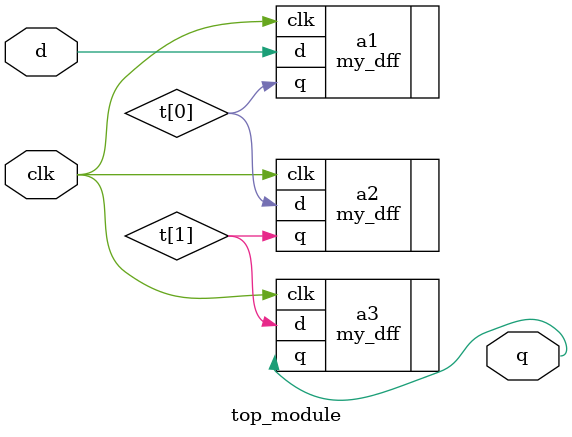
<source format=v>
module top_module ( input clk, input d, output q );
    wire t[1:0];
    my_dff a1(.clk(clk),.d(d),.q(t[0]));
    my_dff a2(.clk(clk),.d(t[0]),.q(t[1]));
    my_dff a3(.clk(clk),.d(t[1]),.q(q));


endmodule

</source>
